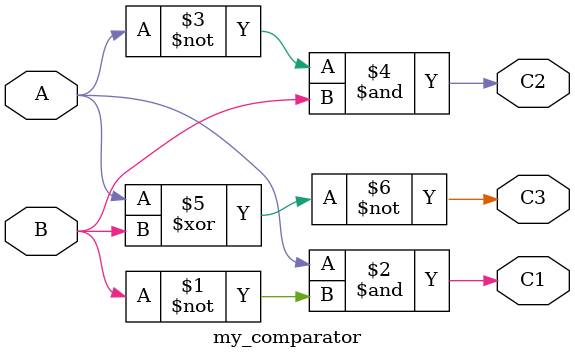
<source format=v>

module my_comparator(
    input A,
    input B,
    output C1,
    output C2,
    output C3
);

assign C1 = A & ~B; // C1 is High if :- A>B
assign C2 = ~A & B; // C2 is High if :- A<B
assign C3 = ~(A ^ B); //C3 is High if :- A==B

endmodule
</source>
